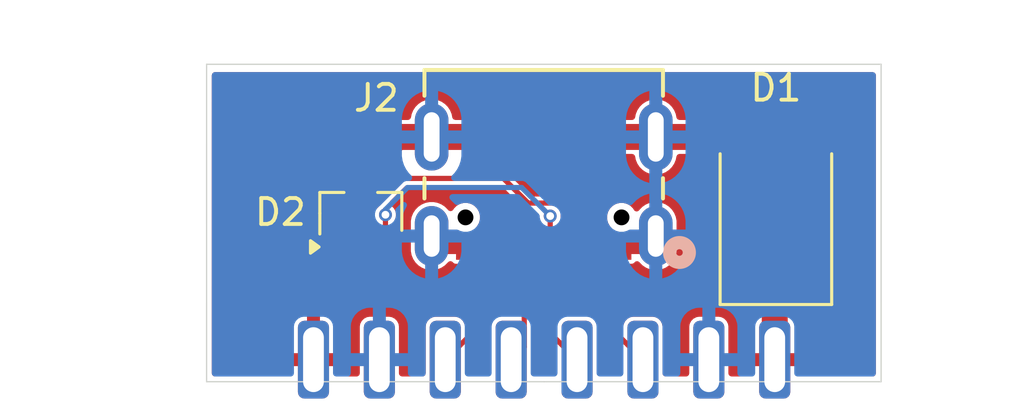
<source format=kicad_pcb>
(kicad_pcb (version 20241229) (generator "pcbnew") (generator_version "9.0")
  (title_block (title "Expansion Card Template") (rev "X1") (company "Framework") (comment 1 "This work is licensed under a Creative Commons Attribution 4.0 International License") (comment 4 "https://frame.work"))
  (layers (0 "F.Cu" signal) (2 "B.Cu" signal) (13 "F.Paste" user) (15 "B.Paste" user) (5 "F.SilkS" user "F.Silkscreen") (7 "B.SilkS" user "B.Silkscreen") (1 "F.Mask" user) (3 "B.Mask" user) (25 "Edge.Cuts" user))
  (net 0 "")
  (net 1 "GND")
  (net 2 "/USB_DN")
  (net 3 "VBUS")
  (net 4 "/USB_DP")
  (net 5 "/USB_CC")
  (net 6 "/USB_VCONN")
  (footprint "Diode_SMD:D_SMB" (layer "F.Cu") (at 163.4 139.2 90)
    (property "Reference" "D1" (at 4.69 0 180) (layer "F.SilkS"))
    (property "Value" "SMBJ51ACT-ND")
    (fp_line (start -3.66 -2.15) (end 2.15 -2.15) (stroke (width 0.12)) (layer "F.SilkS"))
    (fp_line (start -3.66 -2.15) (end -3.66 2.15) (stroke (width 0.12)) (layer "F.SilkS"))
    (fp_line (start -3.66 2.15) (end 2.15 2.15) (stroke (width 0.12)) (layer "F.SilkS"))
    (pad "1" smd roundrect (at -2.15 0 90) (size 2.5 2.3) (layers "F.Cu" "F.Mask" "F.Paste") (roundrect_rratio 0.1086956522) (net 3 "VBUS"))
    (pad "2" smd roundrect (at 2.15 0 90) (size 2.5 2.3) (layers "F.Cu" "F.Mask" "F.Paste") (roundrect_rratio 0.1086956522) (net 1 "GND"))
  )
  (footprint "Package_TO_SOT_SMD:SOT-23_Handsoldering" (layer "F.Cu") (at 147.4 139.3 90)
    (property "Reference" "D2" (at 0 -3.1 180) (layer "F.SilkS"))
    (property "Value" "ESD862DBZR")
    (fp_line (start 0.76 -1.58) (end 0.76 -0.65) (stroke (width 0.12)) (layer "F.SilkS"))
    (fp_line (start -0.04 -1.58) (end 0.76 -1.58) (stroke (width 0.12)) (layer "F.SilkS"))
    (fp_line (start -0.04 -1.58) (end -0.84 -1.58) (stroke (width 0.12)) (layer "F.SilkS"))
    (fp_line (start 0.76 1.58) (end 0.76 0.65) (stroke (width 0.12)) (layer "F.SilkS"))
    (fp_line (start 0.76 1.58) (end -0.7 1.58) (stroke (width 0.12)) (layer "F.SilkS"))
    (fp_poly (pts (xy -1.34 -1.61) (xy -1.58 -1.94) (xy -1.1 -1.94) (xy -1.34 -1.61)) (stroke (width 0.12)) (fill yes) (layer "F.SilkS"))
    (pad "1" smd roundrect (at -1.5 -0.95 90) (size 1.9 0.8) (layers "F.Cu" "F.Mask" "F.Paste") (net 2 "/USB_DN"))
    (pad "2" smd roundrect (at -1.5 0.95 90) (size 1.9 0.8) (layers "F.Cu" "F.Mask" "F.Paste") (net 4 "/USB_DP"))
    (pad "3" smd roundrect (at 1.5 0 90) (size 1.9 0.8) (layers "F.Cu" "F.Mask" "F.Paste") (net 1 "GND"))
  )
  (footprint "Mag Charger:USB C Socket" (layer "F.Cu") (at 154.45 137.4 180)
    (property "Reference" "J2" (at 6.45 2.5 0) (layer "F.SilkS"))
    (property "Value" "DX07S016JA3R1500")
    (fp_line (start 4.5974 3.5814) (end -4.5974 3.5814) (stroke (width 0.1524)) (layer "F.SilkS"))
    (fp_line (start 4.5974 2.587499) (end 4.5974 3.5814) (stroke (width 0.1524)) (layer "F.SilkS"))
    (fp_line (start 4.5974 -1.37221) (end 4.5974 -0.588677) (stroke (width 0.1524)) (layer "F.SilkS"))
    (fp_line (start -4.5974 3.5814) (end -4.5974 2.587499) (stroke (width 0.1524)) (layer "F.SilkS"))
    (fp_line (start -4.5974 -0.588677) (end -4.5974 -1.37221) (stroke (width 0.1524)) (layer "F.SilkS"))
    (fp_circle (center -5.2324 -3.4544) (end -4.8514 -3.4544) (stroke (width 0.508)) (fill no) (layer "B.SilkS"))
    (pad "" np_thru_hole circle (at -3 -2.100713 180) (size 0.6096 0.6096) (drill 0.6096) (layers))
    (pad "" np_thru_hole circle (at 3.0143 -2.100713 180) (size 0.6096 0.6096) (drill 0.6096) (layers))
    (pad "1" smd rect (at -3.1 -3.215589 180) (size 0.5588 1.0414) (layers "F.Cu" "F.Mask" "F.Paste") (net 1 "GND"))
    (pad "2" smd rect (at -2.368067 -3.215589 180) (size 0.5588 1.0414) (layers "F.Cu" "F.Mask" "F.Paste") (net 3 "VBUS"))
    (pad "3" smd rect (at -1.750441 -3.215589 180) (size 0.3302 1.0414) (layers "F.Cu" "F.Mask" "F.Paste") (net 5 "/USB_CC"))
    (pad "4" smd rect (at -1.250315 -3.215589 180) (size 0.3302 1.0414) (layers "F.Cu" "F.Mask" "F.Paste"))
    (pad "5" smd rect (at -0.750189 -3.215589 180) (size 0.3302 1.0414) (layers "F.Cu" "F.Mask" "F.Paste") (net 2 "/USB_DN"))
    (pad "6" smd rect (at -0.250063 -3.215589 180) (size 0.3302 1.0414) (layers "F.Cu" "F.Mask" "F.Paste") (net 4 "/USB_DP"))
    (pad "7" smd rect (at 0.250063 -3.215589 180) (size 0.3302 1.0414) (layers "F.Cu" "F.Mask" "F.Paste") (net 4 "/USB_DP"))
    (pad "8" smd rect (at 0.750189 -3.215589 180) (size 0.3302 1.0414) (layers "F.Cu" "F.Mask" "F.Paste") (net 2 "/USB_DN"))
    (pad "9" smd rect (at 1.250315 -3.215589 180) (size 0.3302 1.0414) (layers "F.Cu" "F.Mask" "F.Paste") (net 6 "/USB_VCONN"))
    (pad "10" smd rect (at 1.750441 -3.215589 180) (size 0.3302 1.0414) (layers "F.Cu" "F.Mask" "F.Paste"))
    (pad "11" smd rect (at 2.368067 -3.215589 180) (size 0.5588 1.0414) (layers "F.Cu" "F.Mask" "F.Paste") (net 3 "VBUS"))
    (pad "12" thru_hole oval (at -4.320032 0.999411 180) (size 1.2954 2.5908) (drill oval 0.6096 1.905) (layers "*.Cu" "*.Mask") (net 1 "GND"))
    (pad "12" thru_hole oval (at -4.320002 -2.820589 180) (size 1.2954 2.3114) (drill oval 0.6096 1.6002) (layers "*.Cu" "*.Mask") (net 1 "GND"))
    (pad "12" smd rect (at -1.4 0.999287 180) (size 0.9906 2.0066) (layers "F.Cu" "F.Mask" "F.Paste") (net 1 "GND"))
    (pad "12" smd rect (at 1.4 0.999287 180) (size 0.9906 2.0066) (layers "F.Cu" "F.Mask" "F.Paste") (net 1 "GND"))
    (pad "12" smd rect (at 3.1 -3.215589 180) (size 0.5588 1.0414) (layers "F.Cu" "F.Mask" "F.Paste") (net 1 "GND"))
    (pad "12" thru_hole oval (at 4.320002 -2.820589 180) (size 1.2954 2.3114) (drill oval 0.6096 1.6002) (layers "*.Cu" "*.Mask") (net 1 "GND"))
    (pad "12" thru_hole oval (at 4.320032 0.999411 180) (size 1.2954 2.5908) (drill oval 0.6096 1.905) (layers "*.Cu" "*.Mask") (net 1 "GND"))
  )
  (footprint "Mag Charger:Mag Connector" (layer "B.Cu") (at 154.465 143.3345 180)
    (property "Reference" "J1" (hide yes))
    (property "Value" "Conn_01x08" (hide yes))
    (fp_line (start 0 -2.501) (end 13.01 -2.501) (stroke (width 0.05)) (layer "Edge.Cuts"))
    (fp_line (start 0 -2.501) (end -12.99 -2.501) (stroke (width 0.05)) (layer "Edge.Cuts"))
    (pad "1" thru_hole roundrect (at -8.89 -1.651 180) (size 1.2 3) (drill oval 0.8 2.5) (property pad_prop_castellated) (layers "*.Cu" "*.Mask") (roundrect_rratio 0.2083333333) (net 3 "VBUS"))
    (pad "2" thru_hole roundrect (at -6.35 -1.651 180) (size 1.2 3) (drill oval 0.8 2.5) (property pad_prop_castellated) (layers "*.Cu" "*.Mask") (roundrect_rratio 0.2083333333) (net 1 "GND"))
    (pad "3" thru_hole roundrect (at -3.81 -1.651 180) (size 1.2 3) (drill oval 0.8 2.5) (property pad_prop_castellated) (layers "*.Cu" "*.Mask") (roundrect_rratio 0.2083333333) (net 5 "/USB_CC"))
    (pad "4" thru_hole roundrect (at -1.27 -1.651 180) (size 1.2 3) (drill oval 0.8 2.5) (property pad_prop_castellated) (layers "*.Cu" "*.Mask") (roundrect_rratio 0.2083333333) (net 4 "/USB_DP"))
    (pad "5" thru_hole roundrect (at 1.27 -1.651 180) (size 1.2 3) (drill oval 0.8 2.5) (property pad_prop_castellated) (layers "*.Cu" "*.Mask") (roundrect_rratio 0.2083333333) (net 2 "/USB_DN"))
    (pad "6" thru_hole roundrect (at 3.81 -1.651 180) (size 1.2 3) (drill oval 0.8 2.5) (property pad_prop_castellated) (layers "*.Cu" "*.Mask") (roundrect_rratio 0.2083333333) (net 6 "/USB_VCONN"))
    (pad "7" thru_hole roundrect (at 6.35 -1.651 180) (size 1.2 3) (drill oval 0.8 2.5) (property pad_prop_castellated) (layers "*.Cu" "*.Mask") (roundrect_rratio 0.2083333333) (net 1 "GND"))
    (pad "8" thru_hole roundrect (at 8.89 -1.651 180) (size 1.2 3) (drill oval 0.8 2.5) (property pad_prop_castellated) (layers "*.Cu" "*.Mask") (roundrect_rratio 0.2083333333) (net 3 "VBUS"))
  )
  (gr_line (start 167.455266 133.6) (end 141.455266 133.6) (stroke (width 0.05)) (layer "Edge.Cuts"))
  (gr_line (start 141.455 145.8355) (end 141.455266 133.6) (stroke (width 0.05)) (layer "Edge.Cuts"))
  (gr_line (start 167.455 145.8355) (end 167.455266 133.6) (stroke (width 0.05)) (layer "Edge.Cuts"))
  (segment (start 148.799411 136.400589) (end 150.129968 136.400589) (width 1) (layer "F.Cu") (net 1))
  (segment (start 151.35 140.615589) (end 150.524998 140.615589) (width 0.6) (layer "F.Cu") (net 1))
  (segment (start 158.770032 136.400589) (end 150.129968 136.400589) (width 1) (layer "F.Cu") (net 1))
  (segment (start 147.4 137.8) (end 148.799411 136.400589) (width 1) (layer "F.Cu") (net 1))
  (segment (start 158.770032 136.400589) (end 162.750589 136.400589) (width 1) (layer "F.Cu") (net 1))
  (segment (start 157.55 140.615589) (end 158.375002 140.615589) (width 0.6) (layer "F.Cu") (net 1))
  (segment (start 162.750589 136.400589) (end 163.4 137.05) (width 1) (layer "F.Cu") (net 1))
  (segment (start 158.375002 140.615589) (end 158.770002 140.220589) (width 0.6) (layer "F.Cu") (net 1))
  (segment (start 150.524998 140.615589) (end 150.129998 140.220589) (width 0.6) (layer "F.Cu") (net 1))
  (segment (start 152.9 138) (end 153.85 138.95) (width 0.2) (layer "F.Cu") (net 2))
  (segment (start 146.45 140.591479) (end 149.041479 138) (width 0.2) (layer "F.Cu") (net 2))
  (segment (start 153.699811 140.615589) (end 153.699811 139.100189) (width 0.2) (layer "F.Cu") (net 2))
  (segment (start 153.699811 140.615589) (end 153.699811 144.495455) (width 0.2) (layer "F.Cu") (net 2))
  (segment (start 153.85 138.95) (end 154.95 138.95) (width 0.2) (layer "F.Cu") (net 2))
  (segment (start 153.699811 139.100189) (end 153.85 138.95) (width 0.2) (layer "F.Cu") (net 2))
  (segment (start 154.95 138.95) (end 155.200189 139.200189) (width 0.2) (layer "F.Cu") (net 2))
  (segment (start 149.041479 138) (end 152.9 138) (width 0.2) (layer "F.Cu") (net 2))
  (segment (start 146.45 140.8) (end 146.45 140.591479) (width 0.2) (layer "F.Cu") (net 2))
  (segment (start 153.699811 144.495455) (end 153.195266 145) (width 0.2) (layer "F.Cu") (net 2))
  (segment (start 155.200189 139.200189) (end 155.200189 140.615589) (width 0.2) (layer "F.Cu") (net 2))
  (segment (start 163.355266 141.66978) (end 163.78532 141.239726) (width 1) (layer "F.Cu") (net 3))
  (segment (start 163.355266 145) (end 163.355266 141.66978) (width 1) (layer "F.Cu") (net 3))
  (segment (start 154.700063 143.964797) (end 155.735266 145) (width 0.2) (layer "F.Cu") (net 4))
  (segment (start 155.538551 142.278914) (end 155.538551 142.398914) (width 0.2) (layer "F.Cu") (net 4))
  (segment (start 154.161563 141.678914) (end 154.161563 141.798914) (width 0.2) (layer "F.Cu") (net 4))
  (segment (start 154.460063 141.438914) (end 154.401563 141.438914) (width 0.2) (layer "F.Cu") (net 4))
  (segment (start 154.700063 140.615589) (end 154.700063 139.450063) (width 0.2) (layer "F.Cu") (net 4))
  (segment (start 154.401563 142.038914) (end 154.460063 142.038914) (width 0.2) (layer "F.Cu") (net 4))
  (segment (start 154.700063 142.998914) (end 154.700063 143.964797) (width 0.2) (layer "F.Cu") (net 4))
  (segment (start 154.199937 140.615589) (end 154.700063 140.615589) (width 0.2) (layer "F.Cu") (net 4))
  (segment (start 154.940063 142.038914) (end 155.298551 142.038914) (width 0.2) (layer "F.Cu") (net 4))
  (segment (start 154.700063 140.615589) (end 154.700063 141.198914) (width 0.2) (layer "F.Cu") (net 4))
  (segment (start 148.35 140.8) (end 148.35 139.4) (width 0.2) (layer "F.Cu") (net 4))
  (segment (start 154.460063 142.038914) (end 154.940063 142.038914) (width 0.2) (layer "F.Cu") (net 4))
  (segment (start 155.298551 142.638914) (end 154.940063 142.638914) (width 0.2) (layer "F.Cu") (net 4))
  (segment (start 154.700063 142.878914) (end 154.700063 142.998914) (width 0.2) (layer "F.Cu") (net 4))
  (via (at 148.35 139.4) (size 0.5) (drill 0.3) (layers "F.Cu" "B.Cu") (net 4))
  (via (at 154.700063 139.450063) (size 0.5) (drill 0.3) (layers "F.Cu" "B.Cu") (net 4))
  (arc (start 154.401563 141.438914) (mid 154.231857 141.509208) (end 154.161563 141.678914) (width 0.2) (layer "F.Cu") (net 4))
  (arc (start 155.298551 142.038914) (mid 155.468257 142.109208) (end 155.538551 142.278914) (width 0.2) (layer "F.Cu") (net 4))
  (arc (start 154.700063 141.198914) (mid 154.629769 141.36862) (end 154.460063 141.438914) (width 0.2) (layer "F.Cu") (net 4))
  (arc (start 155.538551 142.398914) (mid 155.468257 142.56862) (end 155.298551 142.638914) (width 0.2) (layer "F.Cu") (net 4))
  (arc (start 154.161563 141.798914) (mid 154.231857 141.96862) (end 154.401563 142.038914) (width 0.2) (layer "F.Cu") (net 4))
  (arc (start 154.940063 142.638914) (mid 154.770357 142.709208) (end 154.700063 142.878914) (width 0.2) (layer "F.Cu") (net 4))
  (segment (start 148.35 139.2) (end 148.35 139.4) (width 0.2) (layer "B.Cu") (net 4))
  (segment (start 154.700063 139.450063) (end 153.6 138.35) (width 0.2) (layer "B.Cu") (net 4))
  (segment (start 149.2 138.35) (end 148.35 139.2) (width 0.2) (layer "B.Cu") (net 4))
  (segment (start 153.6 138.35) (end 149.2 138.35) (width 0.2) (layer "B.Cu") (net 4))
  (segment (start 148.35 139.4) (end 148.35 139.45) (width 0.2) (layer "B.Cu") (net 4))
  (segment (start 156.200441 142.925175) (end 156.200441 140.615589) (width 0.2) (layer "F.Cu") (net 5))
  (segment (start 158.275266 145) (end 156.200441 142.925175) (width 0.2) (layer "F.Cu") (net 5))
  (segment (start 153.199685 142.455581) (end 153.199685 140.615589) (width 0.2) (layer "F.Cu") (net 6))
  (segment (start 150.655266 145) (end 153.199685 142.455581) (width 0.2) (layer "F.Cu") (net 6))
  (zone (net 3) (net_name "VBUS") (layer "F.Cu") (connect_pads (clearance 0.1524)) (min_thickness 0.25) (fill yes (thermal_gap 0.5) (thermal_bridge_width 0.5))
    (polygon (pts (xy 167.3 145.9) (xy 141.6 145.9) (xy 141.6 133.9) (xy 167.3 133.9)))
  )
  (zone (net 1) (net_name "GND") (layer "B.Cu") (priority 1) (connect_pads (clearance 0.1524)) (min_thickness 0.25) (fill yes (thermal_gap 0.5) (thermal_bridge_width 0.5))
    (polygon (pts (xy 167.3 145.9) (xy 141.6 145.9) (xy 141.6 133.9) (xy 167.3 133.9)))
  )
)
</source>
